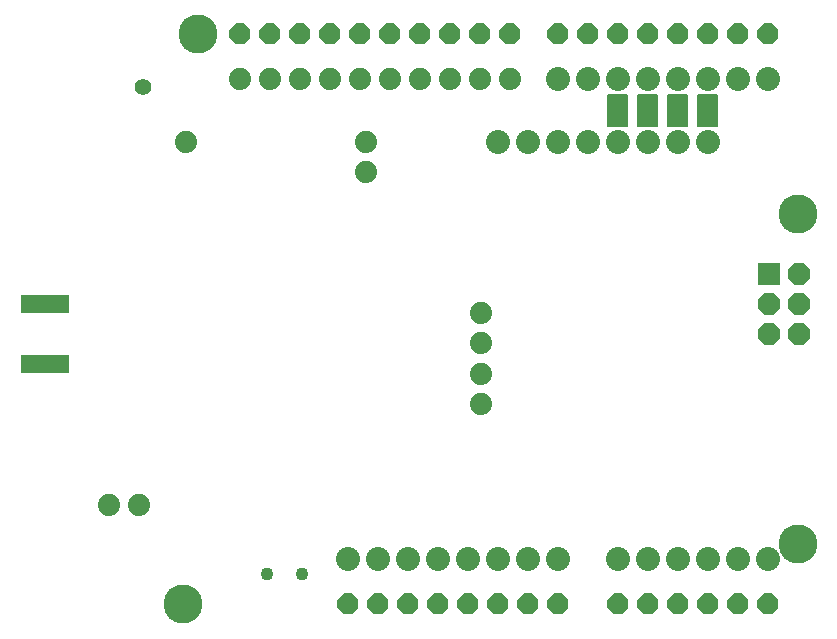
<source format=gbr>
G04 EAGLE Gerber RS-274X export*
G75*
%MOMM*%
%FSLAX34Y34*%
%LPD*%
%INSoldermask Bottom*%
%IPPOS*%
%AMOC8*
5,1,8,0,0,1.08239X$1,22.5*%
G01*
%ADD10C,3.301600*%
%ADD11C,1.879600*%
%ADD12C,1.401600*%
%ADD13R,4.165600X1.625600*%
%ADD14C,1.101600*%
%ADD15C,2.032000*%
%ADD16P,1.924489X8X22.500000*%
%ADD17P,2.034460X8X22.500000*%
%ADD18R,1.879600X1.879600*%
%ADD19R,1.701800X1.270000*%
%ADD20R,0.304800X0.736600*%

G36*
X515738Y429276D02*
X515738Y429276D01*
X515857Y429283D01*
X515895Y429296D01*
X515936Y429301D01*
X516046Y429344D01*
X516159Y429381D01*
X516194Y429403D01*
X516231Y429418D01*
X516327Y429488D01*
X516428Y429551D01*
X516456Y429581D01*
X516489Y429604D01*
X516565Y429696D01*
X516646Y429783D01*
X516666Y429818D01*
X516691Y429849D01*
X516742Y429957D01*
X516800Y430061D01*
X516810Y430101D01*
X516827Y430137D01*
X516849Y430254D01*
X516879Y430369D01*
X516883Y430430D01*
X516887Y430450D01*
X516885Y430470D01*
X516889Y430530D01*
X516889Y455930D01*
X516874Y456048D01*
X516867Y456167D01*
X516854Y456205D01*
X516849Y456246D01*
X516806Y456356D01*
X516769Y456469D01*
X516747Y456504D01*
X516732Y456541D01*
X516663Y456637D01*
X516599Y456738D01*
X516569Y456766D01*
X516546Y456799D01*
X516454Y456875D01*
X516367Y456956D01*
X516332Y456976D01*
X516301Y457001D01*
X516193Y457052D01*
X516089Y457110D01*
X516049Y457120D01*
X516013Y457137D01*
X515896Y457159D01*
X515781Y457189D01*
X515721Y457193D01*
X515701Y457197D01*
X515680Y457195D01*
X515620Y457199D01*
X500380Y457199D01*
X500262Y457184D01*
X500143Y457177D01*
X500105Y457164D01*
X500064Y457159D01*
X499954Y457116D01*
X499841Y457079D01*
X499806Y457057D01*
X499769Y457042D01*
X499673Y456973D01*
X499572Y456909D01*
X499544Y456879D01*
X499511Y456856D01*
X499436Y456764D01*
X499354Y456677D01*
X499334Y456642D01*
X499309Y456611D01*
X499258Y456503D01*
X499200Y456399D01*
X499190Y456359D01*
X499173Y456323D01*
X499151Y456206D01*
X499121Y456091D01*
X499117Y456031D01*
X499113Y456011D01*
X499114Y455999D01*
X499113Y455996D01*
X499114Y455983D01*
X499111Y455930D01*
X499111Y430530D01*
X499126Y430412D01*
X499133Y430293D01*
X499146Y430255D01*
X499151Y430214D01*
X499194Y430104D01*
X499231Y429991D01*
X499253Y429956D01*
X499268Y429919D01*
X499338Y429823D01*
X499401Y429722D01*
X499431Y429694D01*
X499454Y429661D01*
X499546Y429586D01*
X499633Y429504D01*
X499668Y429484D01*
X499699Y429459D01*
X499807Y429408D01*
X499911Y429350D01*
X499951Y429340D01*
X499987Y429323D01*
X500104Y429301D01*
X500219Y429271D01*
X500280Y429267D01*
X500300Y429263D01*
X500320Y429265D01*
X500380Y429261D01*
X515620Y429261D01*
X515738Y429276D01*
G37*
G36*
X541138Y429276D02*
X541138Y429276D01*
X541257Y429283D01*
X541295Y429296D01*
X541336Y429301D01*
X541446Y429344D01*
X541559Y429381D01*
X541594Y429403D01*
X541631Y429418D01*
X541727Y429488D01*
X541828Y429551D01*
X541856Y429581D01*
X541889Y429604D01*
X541965Y429696D01*
X542046Y429783D01*
X542066Y429818D01*
X542091Y429849D01*
X542142Y429957D01*
X542200Y430061D01*
X542210Y430101D01*
X542227Y430137D01*
X542249Y430254D01*
X542279Y430369D01*
X542283Y430430D01*
X542287Y430450D01*
X542285Y430470D01*
X542289Y430530D01*
X542289Y455930D01*
X542274Y456048D01*
X542267Y456167D01*
X542254Y456205D01*
X542249Y456246D01*
X542206Y456356D01*
X542169Y456469D01*
X542147Y456504D01*
X542132Y456541D01*
X542063Y456637D01*
X541999Y456738D01*
X541969Y456766D01*
X541946Y456799D01*
X541854Y456875D01*
X541767Y456956D01*
X541732Y456976D01*
X541701Y457001D01*
X541593Y457052D01*
X541489Y457110D01*
X541449Y457120D01*
X541413Y457137D01*
X541296Y457159D01*
X541181Y457189D01*
X541121Y457193D01*
X541101Y457197D01*
X541080Y457195D01*
X541020Y457199D01*
X525780Y457199D01*
X525662Y457184D01*
X525543Y457177D01*
X525505Y457164D01*
X525464Y457159D01*
X525354Y457116D01*
X525241Y457079D01*
X525206Y457057D01*
X525169Y457042D01*
X525073Y456973D01*
X524972Y456909D01*
X524944Y456879D01*
X524911Y456856D01*
X524836Y456764D01*
X524754Y456677D01*
X524734Y456642D01*
X524709Y456611D01*
X524658Y456503D01*
X524600Y456399D01*
X524590Y456359D01*
X524573Y456323D01*
X524551Y456206D01*
X524521Y456091D01*
X524517Y456031D01*
X524513Y456011D01*
X524514Y455999D01*
X524513Y455996D01*
X524514Y455983D01*
X524511Y455930D01*
X524511Y430530D01*
X524526Y430412D01*
X524533Y430293D01*
X524546Y430255D01*
X524551Y430214D01*
X524594Y430104D01*
X524631Y429991D01*
X524653Y429956D01*
X524668Y429919D01*
X524738Y429823D01*
X524801Y429722D01*
X524831Y429694D01*
X524854Y429661D01*
X524946Y429586D01*
X525033Y429504D01*
X525068Y429484D01*
X525099Y429459D01*
X525207Y429408D01*
X525311Y429350D01*
X525351Y429340D01*
X525387Y429323D01*
X525504Y429301D01*
X525619Y429271D01*
X525680Y429267D01*
X525700Y429263D01*
X525720Y429265D01*
X525780Y429261D01*
X541020Y429261D01*
X541138Y429276D01*
G37*
G36*
X566538Y429276D02*
X566538Y429276D01*
X566657Y429283D01*
X566695Y429296D01*
X566736Y429301D01*
X566846Y429344D01*
X566959Y429381D01*
X566994Y429403D01*
X567031Y429418D01*
X567127Y429488D01*
X567228Y429551D01*
X567256Y429581D01*
X567289Y429604D01*
X567365Y429696D01*
X567446Y429783D01*
X567466Y429818D01*
X567491Y429849D01*
X567542Y429957D01*
X567600Y430061D01*
X567610Y430101D01*
X567627Y430137D01*
X567649Y430254D01*
X567679Y430369D01*
X567683Y430430D01*
X567687Y430450D01*
X567685Y430470D01*
X567689Y430530D01*
X567689Y455930D01*
X567674Y456048D01*
X567667Y456167D01*
X567654Y456205D01*
X567649Y456246D01*
X567606Y456356D01*
X567569Y456469D01*
X567547Y456504D01*
X567532Y456541D01*
X567463Y456637D01*
X567399Y456738D01*
X567369Y456766D01*
X567346Y456799D01*
X567254Y456875D01*
X567167Y456956D01*
X567132Y456976D01*
X567101Y457001D01*
X566993Y457052D01*
X566889Y457110D01*
X566849Y457120D01*
X566813Y457137D01*
X566696Y457159D01*
X566581Y457189D01*
X566521Y457193D01*
X566501Y457197D01*
X566480Y457195D01*
X566420Y457199D01*
X551180Y457199D01*
X551062Y457184D01*
X550943Y457177D01*
X550905Y457164D01*
X550864Y457159D01*
X550754Y457116D01*
X550641Y457079D01*
X550606Y457057D01*
X550569Y457042D01*
X550473Y456973D01*
X550372Y456909D01*
X550344Y456879D01*
X550311Y456856D01*
X550236Y456764D01*
X550154Y456677D01*
X550134Y456642D01*
X550109Y456611D01*
X550058Y456503D01*
X550000Y456399D01*
X549990Y456359D01*
X549973Y456323D01*
X549951Y456206D01*
X549921Y456091D01*
X549917Y456031D01*
X549913Y456011D01*
X549914Y455999D01*
X549913Y455996D01*
X549914Y455983D01*
X549911Y455930D01*
X549911Y430530D01*
X549926Y430412D01*
X549933Y430293D01*
X549946Y430255D01*
X549951Y430214D01*
X549994Y430104D01*
X550031Y429991D01*
X550053Y429956D01*
X550068Y429919D01*
X550138Y429823D01*
X550201Y429722D01*
X550231Y429694D01*
X550254Y429661D01*
X550346Y429586D01*
X550433Y429504D01*
X550468Y429484D01*
X550499Y429459D01*
X550607Y429408D01*
X550711Y429350D01*
X550751Y429340D01*
X550787Y429323D01*
X550904Y429301D01*
X551019Y429271D01*
X551080Y429267D01*
X551100Y429263D01*
X551120Y429265D01*
X551180Y429261D01*
X566420Y429261D01*
X566538Y429276D01*
G37*
G36*
X591938Y429276D02*
X591938Y429276D01*
X592057Y429283D01*
X592095Y429296D01*
X592136Y429301D01*
X592246Y429344D01*
X592359Y429381D01*
X592394Y429403D01*
X592431Y429418D01*
X592527Y429488D01*
X592628Y429551D01*
X592656Y429581D01*
X592689Y429604D01*
X592765Y429696D01*
X592846Y429783D01*
X592866Y429818D01*
X592891Y429849D01*
X592942Y429957D01*
X593000Y430061D01*
X593010Y430101D01*
X593027Y430137D01*
X593049Y430254D01*
X593079Y430369D01*
X593083Y430430D01*
X593087Y430450D01*
X593085Y430470D01*
X593089Y430530D01*
X593089Y455930D01*
X593074Y456048D01*
X593067Y456167D01*
X593054Y456205D01*
X593049Y456246D01*
X593006Y456356D01*
X592969Y456469D01*
X592947Y456504D01*
X592932Y456541D01*
X592863Y456637D01*
X592799Y456738D01*
X592769Y456766D01*
X592746Y456799D01*
X592654Y456875D01*
X592567Y456956D01*
X592532Y456976D01*
X592501Y457001D01*
X592393Y457052D01*
X592289Y457110D01*
X592249Y457120D01*
X592213Y457137D01*
X592096Y457159D01*
X591981Y457189D01*
X591921Y457193D01*
X591901Y457197D01*
X591880Y457195D01*
X591820Y457199D01*
X576580Y457199D01*
X576462Y457184D01*
X576343Y457177D01*
X576305Y457164D01*
X576264Y457159D01*
X576154Y457116D01*
X576041Y457079D01*
X576006Y457057D01*
X575969Y457042D01*
X575873Y456973D01*
X575772Y456909D01*
X575744Y456879D01*
X575711Y456856D01*
X575636Y456764D01*
X575554Y456677D01*
X575534Y456642D01*
X575509Y456611D01*
X575458Y456503D01*
X575400Y456399D01*
X575390Y456359D01*
X575373Y456323D01*
X575351Y456206D01*
X575321Y456091D01*
X575317Y456031D01*
X575313Y456011D01*
X575314Y455999D01*
X575313Y455996D01*
X575314Y455983D01*
X575311Y455930D01*
X575311Y430530D01*
X575326Y430412D01*
X575333Y430293D01*
X575346Y430255D01*
X575351Y430214D01*
X575394Y430104D01*
X575431Y429991D01*
X575453Y429956D01*
X575468Y429919D01*
X575538Y429823D01*
X575601Y429722D01*
X575631Y429694D01*
X575654Y429661D01*
X575746Y429586D01*
X575833Y429504D01*
X575868Y429484D01*
X575899Y429459D01*
X576007Y429408D01*
X576111Y429350D01*
X576151Y429340D01*
X576187Y429323D01*
X576304Y429301D01*
X576419Y429271D01*
X576480Y429267D01*
X576500Y429263D01*
X576520Y429265D01*
X576580Y429261D01*
X591820Y429261D01*
X591938Y429276D01*
G37*
D10*
X152400Y508000D03*
X660400Y355600D03*
X660400Y76200D03*
X139700Y25400D03*
D11*
X142240Y416560D03*
X392100Y194580D03*
X392100Y219980D03*
X294640Y416560D03*
X294640Y391160D03*
D12*
X106270Y463550D03*
D13*
X22860Y279400D03*
X22860Y228600D03*
D14*
X241060Y50800D03*
X211060Y50800D03*
D11*
X187960Y469900D03*
X213360Y469900D03*
X238760Y469900D03*
X264160Y469900D03*
X289560Y469900D03*
X314960Y469900D03*
X340360Y469900D03*
X365760Y469900D03*
X391160Y469900D03*
X416560Y469900D03*
D15*
X457200Y469900D03*
X482600Y469900D03*
X508000Y469900D03*
X533400Y469900D03*
X558800Y469900D03*
X584200Y469900D03*
X609600Y469900D03*
X635000Y469900D03*
X457200Y63500D03*
X431800Y63500D03*
X406400Y63500D03*
X381000Y63500D03*
X355600Y63500D03*
X330200Y63500D03*
X304800Y63500D03*
X279400Y63500D03*
X635000Y63500D03*
X609600Y63500D03*
X584200Y63500D03*
X558800Y63500D03*
X533400Y63500D03*
X508000Y63500D03*
D11*
X392100Y271780D03*
X392100Y246380D03*
X77470Y109220D03*
X102870Y109220D03*
D16*
X533400Y508000D03*
X508000Y25400D03*
X558800Y508000D03*
X584200Y508000D03*
X609600Y508000D03*
X635000Y508000D03*
X508000Y508000D03*
X482600Y508000D03*
X457200Y508000D03*
X416560Y508000D03*
X391160Y508000D03*
X365760Y508000D03*
X340360Y508000D03*
X314960Y508000D03*
X289560Y508000D03*
X264160Y508000D03*
X238760Y508000D03*
X533400Y25400D03*
X558800Y25400D03*
X584200Y25400D03*
X609600Y25400D03*
X635000Y25400D03*
X457200Y25400D03*
X431800Y25400D03*
X406400Y25400D03*
X381000Y25400D03*
X355600Y25400D03*
X330200Y25400D03*
X213360Y508000D03*
X187960Y508000D03*
X304800Y25400D03*
X279400Y25400D03*
D17*
X661670Y279400D03*
X636270Y279400D03*
D18*
X636270Y304800D03*
D17*
X661670Y304800D03*
X661670Y254000D03*
X636270Y254000D03*
D15*
X584200Y416560D03*
X558800Y416560D03*
X533400Y416560D03*
X508000Y416560D03*
X482600Y416560D03*
X457200Y416560D03*
X431800Y416560D03*
X406400Y416560D03*
D19*
X584200Y450850D03*
X584200Y435610D03*
D20*
X584200Y443230D03*
D19*
X558800Y450850D03*
X558800Y435610D03*
D20*
X558800Y443230D03*
D19*
X533400Y450850D03*
X533400Y435610D03*
D20*
X533400Y443230D03*
D19*
X508000Y450850D03*
X508000Y435610D03*
D20*
X508000Y443230D03*
M02*

</source>
